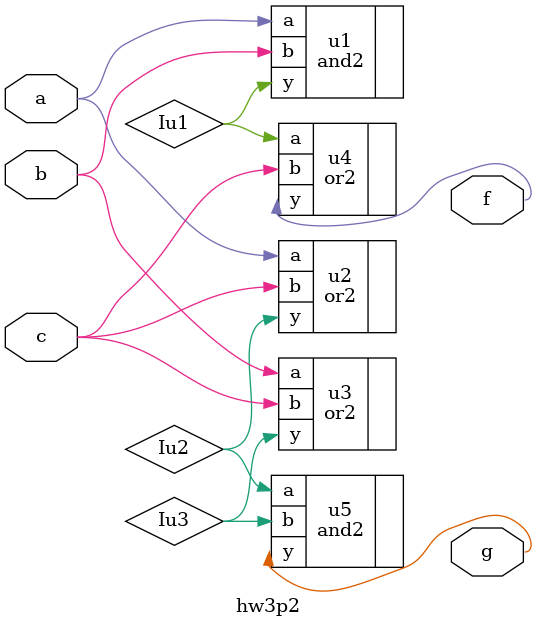
<source format=v>
module hw3p2 (f, g, a, b, c);
input a, b, c;
output f, g;

and2 u1 (.y(Iu1), .a(a), .b(b));
or2 u2 (.y(Iu2), .a(a), .b(c));
or2 u3 (.y(Iu3), .a(b), .b(c));
or2 u4 (.y(f), .a(Iu1), .b(c));
and2 u5 (.y(g), .a(Iu2), .b(Iu3));

endmodule


</source>
